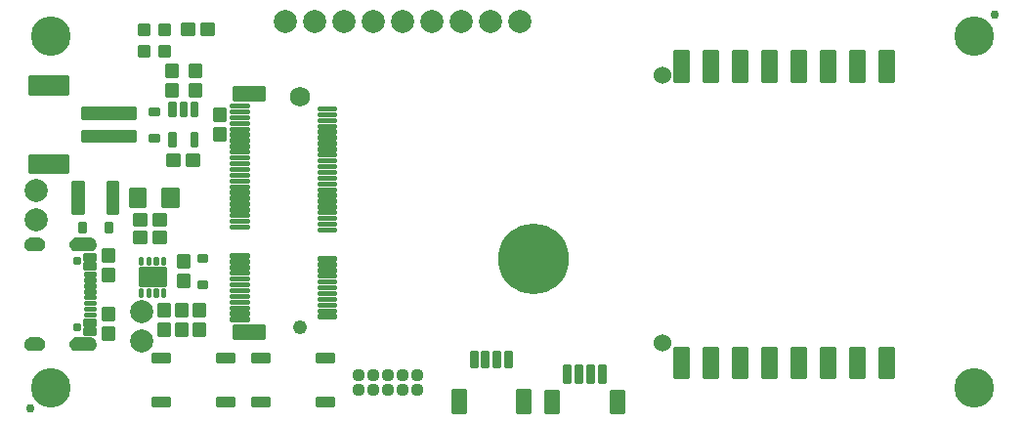
<source format=gbr>
G04 EAGLE Gerber RS-274X export*
G75*
%MOMM*%
%FSLAX34Y34*%
%LPD*%
%INSoldermask Top*%
%IPPOS*%
%AMOC8*
5,1,8,0,0,1.08239X$1,22.5*%
G01*
%ADD10C,0.230578*%
%ADD11C,0.225369*%
%ADD12C,0.777000*%
%ADD13C,0.225400*%
%ADD14C,0.762000*%
%ADD15C,3.429000*%
%ADD16C,0.222250*%
%ADD17C,6.127000*%
%ADD18C,0.428259*%
%ADD19C,1.227000*%
%ADD20C,1.727000*%
%ADD21C,0.225588*%
%ADD22C,0.224509*%
%ADD23C,0.229050*%
%ADD24C,2.006600*%
%ADD25C,0.227100*%
%ADD26C,0.223409*%
%ADD27C,0.228319*%
%ADD28C,1.526997*%
%ADD29C,1.127000*%

G36*
X59034Y143834D02*
X59034Y143834D01*
X59037Y143831D01*
X60159Y143986D01*
X60164Y143991D01*
X60168Y143988D01*
X61239Y144359D01*
X61243Y144365D01*
X61248Y144363D01*
X62225Y144936D01*
X62228Y144942D01*
X62233Y144941D01*
X63080Y145694D01*
X63082Y145701D01*
X63087Y145701D01*
X63771Y146604D01*
X63771Y146611D01*
X63776Y146612D01*
X64271Y147631D01*
X64269Y147638D01*
X64274Y147640D01*
X64561Y148737D01*
X64559Y148741D01*
X64561Y148742D01*
X64559Y148744D01*
X64562Y148746D01*
X64629Y149877D01*
X64627Y149881D01*
X64629Y149883D01*
X64562Y151014D01*
X64557Y151019D01*
X64561Y151023D01*
X64274Y152120D01*
X64268Y152124D01*
X64271Y152129D01*
X63776Y153148D01*
X63770Y153151D01*
X63771Y153156D01*
X63087Y154059D01*
X63080Y154061D01*
X63080Y154066D01*
X62233Y154819D01*
X62226Y154819D01*
X62225Y154824D01*
X61248Y155397D01*
X61241Y155396D01*
X61239Y155401D01*
X60168Y155772D01*
X60162Y155769D01*
X60159Y155774D01*
X59037Y155929D01*
X59032Y155926D01*
X59030Y155929D01*
X47030Y155929D01*
X47025Y155926D01*
X47022Y155929D01*
X45755Y155724D01*
X45749Y155718D01*
X45745Y155721D01*
X44555Y155239D01*
X44551Y155232D01*
X44545Y155234D01*
X43492Y154500D01*
X43490Y154492D01*
X43484Y154493D01*
X42621Y153543D01*
X42620Y153534D01*
X42615Y153534D01*
X41985Y152415D01*
X41986Y152407D01*
X41980Y152405D01*
X41615Y151175D01*
X41618Y151167D01*
X41613Y151164D01*
X41531Y149883D01*
X41534Y149879D01*
X41531Y149877D01*
X41613Y148596D01*
X41619Y148590D01*
X41615Y148585D01*
X41980Y147355D01*
X41987Y147350D01*
X41985Y147345D01*
X42615Y146226D01*
X42622Y146223D01*
X42621Y146217D01*
X43484Y145267D01*
X43492Y145266D01*
X43492Y145260D01*
X44545Y144526D01*
X44553Y144526D01*
X44555Y144521D01*
X45745Y144039D01*
X45752Y144041D01*
X45755Y144036D01*
X47022Y143831D01*
X47027Y143834D01*
X47030Y143831D01*
X59030Y143831D01*
X59034Y143834D01*
G37*
G36*
X59034Y57434D02*
X59034Y57434D01*
X59037Y57431D01*
X60159Y57586D01*
X60164Y57591D01*
X60168Y57588D01*
X61239Y57959D01*
X61243Y57965D01*
X61248Y57963D01*
X62225Y58536D01*
X62228Y58542D01*
X62233Y58541D01*
X63080Y59294D01*
X63082Y59301D01*
X63087Y59301D01*
X63771Y60204D01*
X63771Y60211D01*
X63776Y60212D01*
X64271Y61231D01*
X64269Y61238D01*
X64274Y61240D01*
X64561Y62337D01*
X64559Y62341D01*
X64561Y62342D01*
X64559Y62344D01*
X64562Y62346D01*
X64629Y63477D01*
X64627Y63481D01*
X64629Y63483D01*
X64562Y64614D01*
X64557Y64619D01*
X64561Y64623D01*
X64274Y65720D01*
X64268Y65724D01*
X64271Y65729D01*
X63776Y66748D01*
X63770Y66751D01*
X63771Y66756D01*
X63087Y67659D01*
X63080Y67661D01*
X63080Y67666D01*
X62233Y68419D01*
X62226Y68419D01*
X62225Y68424D01*
X61248Y68997D01*
X61241Y68996D01*
X61239Y69001D01*
X60168Y69372D01*
X60162Y69369D01*
X60159Y69374D01*
X59037Y69529D01*
X59032Y69526D01*
X59030Y69529D01*
X47030Y69529D01*
X47025Y69526D01*
X47022Y69529D01*
X45755Y69324D01*
X45749Y69318D01*
X45745Y69321D01*
X44555Y68839D01*
X44551Y68832D01*
X44545Y68834D01*
X43492Y68100D01*
X43490Y68092D01*
X43484Y68093D01*
X42621Y67143D01*
X42620Y67134D01*
X42615Y67134D01*
X41985Y66015D01*
X41986Y66007D01*
X41980Y66005D01*
X41615Y64775D01*
X41618Y64767D01*
X41613Y64764D01*
X41531Y63483D01*
X41534Y63479D01*
X41531Y63477D01*
X41613Y62196D01*
X41619Y62190D01*
X41615Y62185D01*
X41980Y60955D01*
X41987Y60950D01*
X41985Y60945D01*
X42615Y59826D01*
X42622Y59823D01*
X42621Y59817D01*
X43484Y58867D01*
X43492Y58866D01*
X43492Y58860D01*
X44545Y58126D01*
X44553Y58126D01*
X44555Y58121D01*
X45745Y57639D01*
X45752Y57641D01*
X45755Y57636D01*
X47022Y57431D01*
X47027Y57434D01*
X47030Y57431D01*
X59030Y57431D01*
X59034Y57434D01*
G37*
G36*
X14233Y143833D02*
X14233Y143833D01*
X14235Y143831D01*
X15411Y143942D01*
X15416Y143947D01*
X15420Y143944D01*
X16552Y144282D01*
X16556Y144288D01*
X16561Y144286D01*
X17605Y144838D01*
X17608Y144845D01*
X17613Y144843D01*
X18529Y145589D01*
X18530Y145596D01*
X18536Y145596D01*
X19289Y146506D01*
X19289Y146513D01*
X19294Y146514D01*
X19855Y147553D01*
X19854Y147558D01*
X19858Y147560D01*
X19857Y147561D01*
X19859Y147562D01*
X20206Y148691D01*
X20206Y148692D01*
X20207Y148693D01*
X20204Y148697D01*
X20208Y148700D01*
X20329Y149875D01*
X20325Y149882D01*
X20329Y149886D01*
X20172Y151226D01*
X20167Y151232D01*
X20170Y151237D01*
X19719Y152508D01*
X19712Y152513D01*
X19714Y152518D01*
X18992Y153657D01*
X18984Y153660D01*
X18985Y153666D01*
X18027Y154616D01*
X18019Y154617D01*
X18018Y154623D01*
X16873Y155336D01*
X16865Y155335D01*
X16863Y155341D01*
X15587Y155781D01*
X15580Y155779D01*
X15577Y155783D01*
X14235Y155929D01*
X14232Y155927D01*
X14230Y155929D01*
X8230Y155929D01*
X8227Y155927D01*
X8224Y155929D01*
X6895Y155774D01*
X6889Y155768D01*
X6885Y155771D01*
X5624Y155324D01*
X5619Y155317D01*
X5614Y155319D01*
X4484Y154602D01*
X4481Y154595D01*
X4475Y154596D01*
X3533Y153646D01*
X3532Y153637D01*
X3526Y153637D01*
X2819Y152501D01*
X2820Y152493D01*
X2814Y152491D01*
X2378Y151226D01*
X2380Y151218D01*
X2375Y151216D01*
X2231Y149885D01*
X2235Y149879D01*
X2231Y149875D01*
X2341Y148709D01*
X2346Y148704D01*
X2343Y148700D01*
X2678Y147577D01*
X2684Y147573D01*
X2682Y147569D01*
X3230Y146533D01*
X3236Y146530D01*
X3235Y146525D01*
X3974Y145617D01*
X3981Y145615D01*
X3981Y145610D01*
X4883Y144863D01*
X4891Y144863D01*
X4891Y144858D01*
X5922Y144301D01*
X5929Y144302D01*
X5931Y144297D01*
X7050Y143953D01*
X7057Y143955D01*
X7060Y143951D01*
X8225Y143831D01*
X8228Y143833D01*
X8230Y143831D01*
X14230Y143831D01*
X14233Y143833D01*
G37*
G36*
X14233Y57433D02*
X14233Y57433D01*
X14235Y57431D01*
X15411Y57542D01*
X15416Y57547D01*
X15420Y57544D01*
X16552Y57882D01*
X16556Y57888D01*
X16561Y57886D01*
X17605Y58438D01*
X17608Y58445D01*
X17613Y58443D01*
X18529Y59189D01*
X18530Y59196D01*
X18536Y59196D01*
X19289Y60106D01*
X19289Y60113D01*
X19294Y60114D01*
X19855Y61153D01*
X19854Y61158D01*
X19858Y61160D01*
X19857Y61161D01*
X19859Y61162D01*
X20206Y62291D01*
X20206Y62292D01*
X20207Y62293D01*
X20204Y62297D01*
X20208Y62300D01*
X20329Y63475D01*
X20325Y63482D01*
X20329Y63486D01*
X20172Y64826D01*
X20167Y64832D01*
X20170Y64837D01*
X19719Y66108D01*
X19712Y66113D01*
X19714Y66118D01*
X18992Y67257D01*
X18984Y67260D01*
X18985Y67266D01*
X18027Y68216D01*
X18019Y68217D01*
X18018Y68223D01*
X16873Y68936D01*
X16865Y68935D01*
X16863Y68941D01*
X15587Y69381D01*
X15580Y69379D01*
X15577Y69383D01*
X14235Y69529D01*
X14232Y69527D01*
X14230Y69529D01*
X8230Y69529D01*
X8227Y69527D01*
X8224Y69529D01*
X6895Y69374D01*
X6889Y69368D01*
X6885Y69371D01*
X5624Y68924D01*
X5619Y68917D01*
X5614Y68919D01*
X4484Y68202D01*
X4481Y68195D01*
X4475Y68196D01*
X3533Y67246D01*
X3532Y67237D01*
X3526Y67237D01*
X2819Y66101D01*
X2820Y66093D01*
X2814Y66091D01*
X2378Y64826D01*
X2380Y64818D01*
X2375Y64816D01*
X2231Y63485D01*
X2235Y63479D01*
X2231Y63475D01*
X2341Y62309D01*
X2346Y62304D01*
X2343Y62300D01*
X2678Y61177D01*
X2684Y61173D01*
X2682Y61169D01*
X3230Y60133D01*
X3236Y60130D01*
X3235Y60125D01*
X3974Y59217D01*
X3981Y59215D01*
X3981Y59210D01*
X4883Y58463D01*
X4891Y58463D01*
X4891Y58458D01*
X5922Y57901D01*
X5929Y57902D01*
X5931Y57897D01*
X7050Y57553D01*
X7057Y57555D01*
X7060Y57551D01*
X8225Y57431D01*
X8228Y57433D01*
X8230Y57431D01*
X14230Y57431D01*
X14233Y57433D01*
G37*
D10*
X54348Y98198D02*
X54348Y100162D01*
X63312Y100162D01*
X63312Y98198D01*
X54348Y98198D01*
X54348Y103198D02*
X54348Y105162D01*
X63312Y105162D01*
X63312Y103198D01*
X54348Y103198D01*
D11*
X54322Y76938D02*
X54322Y71922D01*
X54322Y76938D02*
X63338Y76938D01*
X63338Y71922D01*
X54322Y71922D01*
X54322Y74063D02*
X63338Y74063D01*
X63338Y76204D02*
X54322Y76204D01*
X54322Y79672D02*
X54322Y84688D01*
X63338Y84688D01*
X63338Y79672D01*
X54322Y79672D01*
X54322Y81813D02*
X63338Y81813D01*
X63338Y83954D02*
X54322Y83954D01*
D10*
X54348Y88198D02*
X54348Y90162D01*
X63312Y90162D01*
X63312Y88198D01*
X54348Y88198D01*
X54348Y93198D02*
X54348Y95162D01*
X63312Y95162D01*
X63312Y93198D01*
X54348Y93198D01*
X63312Y113198D02*
X63312Y115162D01*
X63312Y113198D02*
X54348Y113198D01*
X54348Y115162D01*
X63312Y115162D01*
X63312Y110162D02*
X63312Y108198D01*
X54348Y108198D01*
X54348Y110162D01*
X63312Y110162D01*
D11*
X63338Y136422D02*
X63338Y141438D01*
X63338Y136422D02*
X54322Y136422D01*
X54322Y141438D01*
X63338Y141438D01*
X63338Y138563D02*
X54322Y138563D01*
X54322Y140704D02*
X63338Y140704D01*
X63338Y133688D02*
X63338Y128672D01*
X54322Y128672D01*
X54322Y133688D01*
X63338Y133688D01*
X63338Y130813D02*
X54322Y130813D01*
X54322Y132954D02*
X63338Y132954D01*
D10*
X63312Y125162D02*
X63312Y123198D01*
X54348Y123198D01*
X54348Y125162D01*
X63312Y125162D01*
X63312Y120162D02*
X63312Y118198D01*
X54348Y118198D01*
X54348Y120162D01*
X63312Y120162D01*
D12*
X47780Y135580D03*
X47780Y77780D03*
D13*
X70422Y135572D02*
X70422Y145588D01*
X79438Y145588D01*
X79438Y135572D01*
X70422Y135572D01*
X70422Y137713D02*
X79438Y137713D01*
X79438Y139854D02*
X70422Y139854D01*
X70422Y141995D02*
X79438Y141995D01*
X79438Y144136D02*
X70422Y144136D01*
X70422Y128588D02*
X70422Y118572D01*
X70422Y128588D02*
X79438Y128588D01*
X79438Y118572D01*
X70422Y118572D01*
X70422Y120713D02*
X79438Y120713D01*
X79438Y122854D02*
X70422Y122854D01*
X70422Y124995D02*
X79438Y124995D01*
X79438Y127136D02*
X70422Y127136D01*
X79438Y77788D02*
X79438Y67772D01*
X70422Y67772D01*
X70422Y77788D01*
X79438Y77788D01*
X79438Y69913D02*
X70422Y69913D01*
X70422Y72054D02*
X79438Y72054D01*
X79438Y74195D02*
X70422Y74195D01*
X70422Y76336D02*
X79438Y76336D01*
X79438Y84772D02*
X79438Y94788D01*
X79438Y84772D02*
X70422Y84772D01*
X70422Y94788D01*
X79438Y94788D01*
X79438Y86913D02*
X70422Y86913D01*
X70422Y89054D02*
X79438Y89054D01*
X79438Y91195D02*
X70422Y91195D01*
X70422Y93336D02*
X79438Y93336D01*
D14*
X7620Y7620D03*
X843280Y349250D03*
D15*
X825500Y330200D03*
X25400Y330200D03*
X825500Y25400D03*
X25400Y25400D03*
D16*
X169386Y17304D02*
X169386Y10636D01*
X169386Y17304D02*
X183674Y17304D01*
X183674Y10636D01*
X169386Y10636D01*
X169386Y12748D02*
X183674Y12748D01*
X183674Y14860D02*
X169386Y14860D01*
X169386Y16972D02*
X183674Y16972D01*
X113506Y17304D02*
X113506Y10636D01*
X113506Y17304D02*
X127794Y17304D01*
X127794Y10636D01*
X113506Y10636D01*
X113506Y12748D02*
X127794Y12748D01*
X127794Y14860D02*
X113506Y14860D01*
X113506Y16972D02*
X127794Y16972D01*
X169386Y48736D02*
X169386Y55404D01*
X183674Y55404D01*
X183674Y48736D01*
X169386Y48736D01*
X169386Y50848D02*
X183674Y50848D01*
X183674Y52960D02*
X169386Y52960D01*
X169386Y55072D02*
X183674Y55072D01*
X113506Y55404D02*
X113506Y48736D01*
X113506Y55404D02*
X127794Y55404D01*
X127794Y48736D01*
X113506Y48736D01*
X113506Y50848D02*
X127794Y50848D01*
X127794Y52960D02*
X113506Y52960D01*
X113506Y55072D02*
X127794Y55072D01*
X255746Y17304D02*
X255746Y10636D01*
X255746Y17304D02*
X270034Y17304D01*
X270034Y10636D01*
X255746Y10636D01*
X255746Y12748D02*
X270034Y12748D01*
X270034Y14860D02*
X255746Y14860D01*
X255746Y16972D02*
X270034Y16972D01*
X199866Y17304D02*
X199866Y10636D01*
X199866Y17304D02*
X214154Y17304D01*
X214154Y10636D01*
X199866Y10636D01*
X199866Y12748D02*
X214154Y12748D01*
X214154Y14860D02*
X199866Y14860D01*
X199866Y16972D02*
X214154Y16972D01*
X255746Y48736D02*
X255746Y55404D01*
X270034Y55404D01*
X270034Y48736D01*
X255746Y48736D01*
X255746Y50848D02*
X270034Y50848D01*
X270034Y52960D02*
X255746Y52960D01*
X255746Y55072D02*
X270034Y55072D01*
X199866Y55404D02*
X199866Y48736D01*
X199866Y55404D02*
X214154Y55404D01*
X214154Y48736D01*
X199866Y48736D01*
X199866Y50848D02*
X214154Y50848D01*
X214154Y52960D02*
X199866Y52960D01*
X199866Y55072D02*
X214154Y55072D01*
D17*
X443270Y137600D03*
D13*
X148908Y332042D02*
X138892Y332042D01*
X138892Y341058D01*
X148908Y341058D01*
X148908Y332042D01*
X148908Y334183D02*
X138892Y334183D01*
X138892Y336324D02*
X148908Y336324D01*
X148908Y338465D02*
X138892Y338465D01*
X138892Y340606D02*
X148908Y340606D01*
X155892Y332042D02*
X165908Y332042D01*
X155892Y332042D02*
X155892Y341058D01*
X165908Y341058D01*
X165908Y332042D01*
X165908Y334183D02*
X155892Y334183D01*
X155892Y336324D02*
X165908Y336324D01*
X165908Y338465D02*
X155892Y338465D01*
X155892Y340606D02*
X165908Y340606D01*
D18*
X109024Y340044D02*
X109024Y333056D01*
X102036Y333056D01*
X102036Y340044D01*
X109024Y340044D01*
X109024Y337125D02*
X102036Y337125D01*
X126564Y340044D02*
X126564Y333056D01*
X119576Y333056D01*
X119576Y340044D01*
X126564Y340044D01*
X126564Y337125D02*
X119576Y337125D01*
D19*
X241300Y77800D03*
D20*
X241300Y277800D03*
D10*
X195782Y86282D02*
X195782Y84318D01*
X181318Y84318D01*
X181318Y86282D01*
X195782Y86282D01*
D21*
X209557Y79807D02*
X209557Y68793D01*
X183043Y68793D01*
X183043Y79807D01*
X209557Y79807D01*
X209557Y70936D02*
X183043Y70936D01*
X183043Y73079D02*
X209557Y73079D01*
X209557Y75222D02*
X183043Y75222D01*
X183043Y77365D02*
X209557Y77365D01*
X209557Y79508D02*
X183043Y79508D01*
X209557Y275793D02*
X209557Y286807D01*
X209557Y275793D02*
X183043Y275793D01*
X183043Y286807D01*
X209557Y286807D01*
X209557Y277936D02*
X183043Y277936D01*
X183043Y280079D02*
X209557Y280079D01*
X209557Y282222D02*
X183043Y282222D01*
X183043Y284365D02*
X209557Y284365D01*
X209557Y286508D02*
X183043Y286508D01*
D10*
X271282Y88782D02*
X271282Y86818D01*
X256818Y86818D01*
X256818Y88782D01*
X271282Y88782D01*
X195782Y89318D02*
X195782Y91282D01*
X195782Y89318D02*
X181318Y89318D01*
X181318Y91282D01*
X195782Y91282D01*
X271282Y91818D02*
X271282Y93782D01*
X271282Y91818D02*
X256818Y91818D01*
X256818Y93782D01*
X271282Y93782D01*
X195782Y94318D02*
X195782Y96282D01*
X195782Y94318D02*
X181318Y94318D01*
X181318Y96282D01*
X195782Y96282D01*
X271282Y96818D02*
X271282Y98782D01*
X271282Y96818D02*
X256818Y96818D01*
X256818Y98782D01*
X271282Y98782D01*
X195782Y99318D02*
X195782Y101282D01*
X195782Y99318D02*
X181318Y99318D01*
X181318Y101282D01*
X195782Y101282D01*
X271282Y101818D02*
X271282Y103782D01*
X271282Y101818D02*
X256818Y101818D01*
X256818Y103782D01*
X271282Y103782D01*
X195782Y104318D02*
X195782Y106282D01*
X195782Y104318D02*
X181318Y104318D01*
X181318Y106282D01*
X195782Y106282D01*
X271282Y106818D02*
X271282Y108782D01*
X271282Y106818D02*
X256818Y106818D01*
X256818Y108782D01*
X271282Y108782D01*
X195782Y109318D02*
X195782Y111282D01*
X195782Y109318D02*
X181318Y109318D01*
X181318Y111282D01*
X195782Y111282D01*
X271282Y111818D02*
X271282Y113782D01*
X271282Y111818D02*
X256818Y111818D01*
X256818Y113782D01*
X271282Y113782D01*
X195782Y114318D02*
X195782Y116282D01*
X195782Y114318D02*
X181318Y114318D01*
X181318Y116282D01*
X195782Y116282D01*
X271282Y116818D02*
X271282Y118782D01*
X271282Y116818D02*
X256818Y116818D01*
X256818Y118782D01*
X271282Y118782D01*
X195782Y119318D02*
X195782Y121282D01*
X195782Y119318D02*
X181318Y119318D01*
X181318Y121282D01*
X195782Y121282D01*
X271282Y121818D02*
X271282Y123782D01*
X271282Y121818D02*
X256818Y121818D01*
X256818Y123782D01*
X271282Y123782D01*
X195782Y124318D02*
X195782Y126282D01*
X195782Y124318D02*
X181318Y124318D01*
X181318Y126282D01*
X195782Y126282D01*
X271282Y126818D02*
X271282Y128782D01*
X271282Y126818D02*
X256818Y126818D01*
X256818Y128782D01*
X271282Y128782D01*
X195782Y129318D02*
X195782Y131282D01*
X195782Y129318D02*
X181318Y129318D01*
X181318Y131282D01*
X195782Y131282D01*
X271282Y131818D02*
X271282Y133782D01*
X271282Y131818D02*
X256818Y131818D01*
X256818Y133782D01*
X271282Y133782D01*
X195782Y134318D02*
X195782Y136282D01*
X195782Y134318D02*
X181318Y134318D01*
X181318Y136282D01*
X195782Y136282D01*
X271282Y136818D02*
X271282Y138782D01*
X271282Y136818D02*
X256818Y136818D01*
X256818Y138782D01*
X271282Y138782D01*
X195782Y139318D02*
X195782Y141282D01*
X195782Y139318D02*
X181318Y139318D01*
X181318Y141282D01*
X195782Y141282D01*
X271282Y161818D02*
X271282Y163782D01*
X271282Y161818D02*
X256818Y161818D01*
X256818Y163782D01*
X271282Y163782D01*
X195782Y164318D02*
X195782Y166282D01*
X195782Y164318D02*
X181318Y164318D01*
X181318Y166282D01*
X195782Y166282D01*
X271282Y166818D02*
X271282Y168782D01*
X271282Y166818D02*
X256818Y166818D01*
X256818Y168782D01*
X271282Y168782D01*
X195782Y169318D02*
X195782Y171282D01*
X195782Y169318D02*
X181318Y169318D01*
X181318Y171282D01*
X195782Y171282D01*
X271282Y171818D02*
X271282Y173782D01*
X271282Y171818D02*
X256818Y171818D01*
X256818Y173782D01*
X271282Y173782D01*
X195782Y174318D02*
X195782Y176282D01*
X195782Y174318D02*
X181318Y174318D01*
X181318Y176282D01*
X195782Y176282D01*
X271282Y176818D02*
X271282Y178782D01*
X271282Y176818D02*
X256818Y176818D01*
X256818Y178782D01*
X271282Y178782D01*
X195782Y179318D02*
X195782Y181282D01*
X195782Y179318D02*
X181318Y179318D01*
X181318Y181282D01*
X195782Y181282D01*
X271282Y181818D02*
X271282Y183782D01*
X271282Y181818D02*
X256818Y181818D01*
X256818Y183782D01*
X271282Y183782D01*
X195782Y184318D02*
X195782Y186282D01*
X195782Y184318D02*
X181318Y184318D01*
X181318Y186282D01*
X195782Y186282D01*
X271282Y186818D02*
X271282Y188782D01*
X271282Y186818D02*
X256818Y186818D01*
X256818Y188782D01*
X271282Y188782D01*
X195782Y189318D02*
X195782Y191282D01*
X195782Y189318D02*
X181318Y189318D01*
X181318Y191282D01*
X195782Y191282D01*
X271282Y191818D02*
X271282Y193782D01*
X271282Y191818D02*
X256818Y191818D01*
X256818Y193782D01*
X271282Y193782D01*
X195782Y194318D02*
X195782Y196282D01*
X195782Y194318D02*
X181318Y194318D01*
X181318Y196282D01*
X195782Y196282D01*
X271282Y196818D02*
X271282Y198782D01*
X271282Y196818D02*
X256818Y196818D01*
X256818Y198782D01*
X271282Y198782D01*
X195782Y199318D02*
X195782Y201282D01*
X195782Y199318D02*
X181318Y199318D01*
X181318Y201282D01*
X195782Y201282D01*
X271282Y201818D02*
X271282Y203782D01*
X271282Y201818D02*
X256818Y201818D01*
X256818Y203782D01*
X271282Y203782D01*
X195782Y204318D02*
X195782Y206282D01*
X195782Y204318D02*
X181318Y204318D01*
X181318Y206282D01*
X195782Y206282D01*
X271282Y206818D02*
X271282Y208782D01*
X271282Y206818D02*
X256818Y206818D01*
X256818Y208782D01*
X271282Y208782D01*
X195782Y209318D02*
X195782Y211282D01*
X195782Y209318D02*
X181318Y209318D01*
X181318Y211282D01*
X195782Y211282D01*
X271282Y211818D02*
X271282Y213782D01*
X271282Y211818D02*
X256818Y211818D01*
X256818Y213782D01*
X271282Y213782D01*
X195782Y214318D02*
X195782Y216282D01*
X195782Y214318D02*
X181318Y214318D01*
X181318Y216282D01*
X195782Y216282D01*
X271282Y216818D02*
X271282Y218782D01*
X271282Y216818D02*
X256818Y216818D01*
X256818Y218782D01*
X271282Y218782D01*
X195782Y219318D02*
X195782Y221282D01*
X195782Y219318D02*
X181318Y219318D01*
X181318Y221282D01*
X195782Y221282D01*
X271282Y221818D02*
X271282Y223782D01*
X271282Y221818D02*
X256818Y221818D01*
X256818Y223782D01*
X271282Y223782D01*
X195782Y224318D02*
X195782Y226282D01*
X195782Y224318D02*
X181318Y224318D01*
X181318Y226282D01*
X195782Y226282D01*
X271282Y226818D02*
X271282Y228782D01*
X271282Y226818D02*
X256818Y226818D01*
X256818Y228782D01*
X271282Y228782D01*
X195782Y229318D02*
X195782Y231282D01*
X195782Y229318D02*
X181318Y229318D01*
X181318Y231282D01*
X195782Y231282D01*
X271282Y231818D02*
X271282Y233782D01*
X271282Y231818D02*
X256818Y231818D01*
X256818Y233782D01*
X271282Y233782D01*
X195782Y234318D02*
X195782Y236282D01*
X195782Y234318D02*
X181318Y234318D01*
X181318Y236282D01*
X195782Y236282D01*
X271282Y236818D02*
X271282Y238782D01*
X271282Y236818D02*
X256818Y236818D01*
X256818Y238782D01*
X271282Y238782D01*
X195782Y239318D02*
X195782Y241282D01*
X195782Y239318D02*
X181318Y239318D01*
X181318Y241282D01*
X195782Y241282D01*
X271282Y241818D02*
X271282Y243782D01*
X271282Y241818D02*
X256818Y241818D01*
X256818Y243782D01*
X271282Y243782D01*
X195782Y244318D02*
X195782Y246282D01*
X195782Y244318D02*
X181318Y244318D01*
X181318Y246282D01*
X195782Y246282D01*
X271282Y246818D02*
X271282Y248782D01*
X271282Y246818D02*
X256818Y246818D01*
X256818Y248782D01*
X271282Y248782D01*
X195782Y249318D02*
X195782Y251282D01*
X195782Y249318D02*
X181318Y249318D01*
X181318Y251282D01*
X195782Y251282D01*
X271282Y251818D02*
X271282Y253782D01*
X271282Y251818D02*
X256818Y251818D01*
X256818Y253782D01*
X271282Y253782D01*
X195782Y254318D02*
X195782Y256282D01*
X195782Y254318D02*
X181318Y254318D01*
X181318Y256282D01*
X195782Y256282D01*
X271282Y256818D02*
X271282Y258782D01*
X271282Y256818D02*
X256818Y256818D01*
X256818Y258782D01*
X271282Y258782D01*
X195782Y259318D02*
X195782Y261282D01*
X195782Y259318D02*
X181318Y259318D01*
X181318Y261282D01*
X195782Y261282D01*
X271282Y261818D02*
X271282Y263782D01*
X271282Y261818D02*
X256818Y261818D01*
X256818Y263782D01*
X271282Y263782D01*
X195782Y264318D02*
X195782Y266282D01*
X195782Y264318D02*
X181318Y264318D01*
X181318Y266282D01*
X195782Y266282D01*
X271282Y266818D02*
X271282Y268782D01*
X271282Y266818D02*
X256818Y266818D01*
X256818Y268782D01*
X271282Y268782D01*
X195782Y269318D02*
X195782Y271282D01*
X195782Y269318D02*
X181318Y269318D01*
X181318Y271282D01*
X195782Y271282D01*
D21*
X372893Y4543D02*
X383907Y4543D01*
X372893Y4543D02*
X372893Y23557D01*
X383907Y23557D01*
X383907Y4543D01*
X383907Y6686D02*
X372893Y6686D01*
X372893Y8829D02*
X383907Y8829D01*
X383907Y10972D02*
X372893Y10972D01*
X372893Y13115D02*
X383907Y13115D01*
X383907Y15258D02*
X372893Y15258D01*
X372893Y17401D02*
X383907Y17401D01*
X383907Y19544D02*
X372893Y19544D01*
X372893Y21687D02*
X383907Y21687D01*
X428893Y4543D02*
X439907Y4543D01*
X428893Y4543D02*
X428893Y23557D01*
X439907Y23557D01*
X439907Y4543D01*
X439907Y6686D02*
X428893Y6686D01*
X428893Y8829D02*
X439907Y8829D01*
X439907Y10972D02*
X428893Y10972D01*
X428893Y13115D02*
X439907Y13115D01*
X439907Y15258D02*
X428893Y15258D01*
X428893Y17401D02*
X439907Y17401D01*
X439907Y19544D02*
X428893Y19544D01*
X428893Y21687D02*
X439907Y21687D01*
D11*
X393908Y44542D02*
X388892Y44542D01*
X388892Y57058D01*
X393908Y57058D01*
X393908Y44542D01*
X393908Y46683D02*
X388892Y46683D01*
X388892Y48824D02*
X393908Y48824D01*
X393908Y50965D02*
X388892Y50965D01*
X388892Y53106D02*
X393908Y53106D01*
X393908Y55247D02*
X388892Y55247D01*
X398892Y44542D02*
X403908Y44542D01*
X398892Y44542D02*
X398892Y57058D01*
X403908Y57058D01*
X403908Y44542D01*
X403908Y46683D02*
X398892Y46683D01*
X398892Y48824D02*
X403908Y48824D01*
X403908Y50965D02*
X398892Y50965D01*
X398892Y53106D02*
X403908Y53106D01*
X403908Y55247D02*
X398892Y55247D01*
X408892Y44542D02*
X413908Y44542D01*
X408892Y44542D02*
X408892Y57058D01*
X413908Y57058D01*
X413908Y44542D01*
X413908Y46683D02*
X408892Y46683D01*
X408892Y48824D02*
X413908Y48824D01*
X413908Y50965D02*
X408892Y50965D01*
X408892Y53106D02*
X413908Y53106D01*
X413908Y55247D02*
X408892Y55247D01*
X418892Y44542D02*
X423908Y44542D01*
X418892Y44542D02*
X418892Y57058D01*
X423908Y57058D01*
X423908Y44542D01*
X423908Y46683D02*
X418892Y46683D01*
X418892Y48824D02*
X423908Y48824D01*
X423908Y50965D02*
X418892Y50965D01*
X418892Y53106D02*
X423908Y53106D01*
X423908Y55247D02*
X418892Y55247D01*
D13*
X97608Y239492D02*
X97608Y248508D01*
X97608Y239492D02*
X52592Y239492D01*
X52592Y248508D01*
X97608Y248508D01*
X97608Y241633D02*
X52592Y241633D01*
X52592Y243774D02*
X97608Y243774D01*
X97608Y245915D02*
X52592Y245915D01*
X52592Y248056D02*
X97608Y248056D01*
X97608Y259492D02*
X97608Y268508D01*
X97608Y259492D02*
X52592Y259492D01*
X52592Y268508D01*
X97608Y268508D01*
X97608Y261633D02*
X52592Y261633D01*
X52592Y263774D02*
X97608Y263774D01*
X97608Y265915D02*
X52592Y265915D01*
X52592Y268056D02*
X97608Y268056D01*
D22*
X39613Y227513D02*
X6587Y227513D01*
X39613Y227513D02*
X39613Y212487D01*
X6587Y212487D01*
X6587Y227513D01*
X6587Y214620D02*
X39613Y214620D01*
X39613Y216753D02*
X6587Y216753D01*
X6587Y218886D02*
X39613Y218886D01*
X39613Y221019D02*
X6587Y221019D01*
X6587Y223152D02*
X39613Y223152D01*
X39613Y225285D02*
X6587Y225285D01*
X6587Y227418D02*
X39613Y227418D01*
X39613Y295513D02*
X6587Y295513D01*
X39613Y295513D02*
X39613Y280487D01*
X6587Y280487D01*
X6587Y295513D01*
X6587Y282620D02*
X39613Y282620D01*
X39613Y284753D02*
X6587Y284753D01*
X6587Y286886D02*
X39613Y286886D01*
X39613Y289019D02*
X6587Y289019D01*
X6587Y291152D02*
X39613Y291152D01*
X39613Y293285D02*
X6587Y293285D01*
X6587Y295418D02*
X39613Y295418D01*
D10*
X102298Y105438D02*
X104262Y105438D01*
X102298Y105438D02*
X102298Y110902D01*
X104262Y110902D01*
X104262Y105438D01*
X104262Y107629D02*
X102298Y107629D01*
X102298Y109820D02*
X104262Y109820D01*
X108798Y105438D02*
X110762Y105438D01*
X108798Y105438D02*
X108798Y110902D01*
X110762Y110902D01*
X110762Y105438D01*
X110762Y107629D02*
X108798Y107629D01*
X108798Y109820D02*
X110762Y109820D01*
X115298Y105438D02*
X117262Y105438D01*
X115298Y105438D02*
X115298Y110902D01*
X117262Y110902D01*
X117262Y105438D01*
X117262Y107629D02*
X115298Y107629D01*
X115298Y109820D02*
X117262Y109820D01*
X121798Y105438D02*
X123762Y105438D01*
X121798Y105438D02*
X121798Y110902D01*
X123762Y110902D01*
X123762Y105438D01*
X123762Y107629D02*
X121798Y107629D01*
X121798Y109820D02*
X123762Y109820D01*
X123762Y138402D02*
X121798Y138402D01*
X123762Y138402D02*
X123762Y132938D01*
X121798Y132938D01*
X121798Y138402D01*
X121798Y135129D02*
X123762Y135129D01*
X123762Y137320D02*
X121798Y137320D01*
X117262Y138402D02*
X115298Y138402D01*
X117262Y138402D02*
X117262Y132938D01*
X115298Y132938D01*
X115298Y138402D01*
X115298Y135129D02*
X117262Y135129D01*
X117262Y137320D02*
X115298Y137320D01*
X110762Y138402D02*
X108798Y138402D01*
X110762Y138402D02*
X110762Y132938D01*
X108798Y132938D01*
X108798Y138402D01*
X108798Y135129D02*
X110762Y135129D01*
X110762Y137320D02*
X108798Y137320D01*
X104262Y138402D02*
X102298Y138402D01*
X104262Y138402D02*
X104262Y132938D01*
X102298Y132938D01*
X102298Y138402D01*
X102298Y135129D02*
X104262Y135129D01*
X104262Y137320D02*
X102298Y137320D01*
D22*
X101767Y114407D02*
X124293Y114407D01*
X101767Y114407D02*
X101767Y129433D01*
X124293Y129433D01*
X124293Y114407D01*
X124293Y116540D02*
X101767Y116540D01*
X101767Y118673D02*
X124293Y118673D01*
X124293Y120806D02*
X101767Y120806D01*
X101767Y122939D02*
X124293Y122939D01*
X124293Y125072D02*
X101767Y125072D01*
X101767Y127205D02*
X124293Y127205D01*
X124293Y129338D02*
X101767Y129338D01*
D13*
X97372Y151702D02*
X107388Y151702D01*
X97372Y151702D02*
X97372Y160718D01*
X107388Y160718D01*
X107388Y151702D01*
X107388Y153843D02*
X97372Y153843D01*
X97372Y155984D02*
X107388Y155984D01*
X107388Y158125D02*
X97372Y158125D01*
X97372Y160266D02*
X107388Y160266D01*
X114372Y151702D02*
X124388Y151702D01*
X114372Y151702D02*
X114372Y160718D01*
X124388Y160718D01*
X124388Y151702D01*
X124388Y153843D02*
X114372Y153843D01*
X114372Y155984D02*
X124388Y155984D01*
X124388Y158125D02*
X114372Y158125D01*
X114372Y160266D02*
X124388Y160266D01*
X107388Y166942D02*
X97372Y166942D01*
X97372Y175958D01*
X107388Y175958D01*
X107388Y166942D01*
X107388Y169083D02*
X97372Y169083D01*
X97372Y171224D02*
X107388Y171224D01*
X107388Y173365D02*
X97372Y173365D01*
X97372Y175506D02*
X107388Y175506D01*
X114372Y166942D02*
X124388Y166942D01*
X114372Y166942D02*
X114372Y175958D01*
X124388Y175958D01*
X124388Y166942D01*
X124388Y169083D02*
X114372Y169083D01*
X114372Y171224D02*
X124388Y171224D01*
X124388Y173365D02*
X114372Y173365D01*
X114372Y175506D02*
X124388Y175506D01*
D23*
X121810Y183010D02*
X121810Y197990D01*
X134790Y197990D01*
X134790Y183010D01*
X121810Y183010D01*
X121810Y185186D02*
X134790Y185186D01*
X134790Y187362D02*
X121810Y187362D01*
X121810Y189538D02*
X134790Y189538D01*
X134790Y191714D02*
X121810Y191714D01*
X121810Y193890D02*
X134790Y193890D01*
X134790Y196066D02*
X121810Y196066D01*
X93810Y197990D02*
X93810Y183010D01*
X93810Y197990D02*
X106790Y197990D01*
X106790Y183010D01*
X93810Y183010D01*
X93810Y185186D02*
X106790Y185186D01*
X106790Y187362D02*
X93810Y187362D01*
X93810Y189538D02*
X106790Y189538D01*
X106790Y191714D02*
X93810Y191714D01*
X93810Y193890D02*
X106790Y193890D01*
X106790Y196066D02*
X93810Y196066D01*
D24*
X104140Y91440D03*
X104140Y66040D03*
D13*
X135192Y130492D02*
X135192Y140508D01*
X144208Y140508D01*
X144208Y130492D01*
X135192Y130492D01*
X135192Y132633D02*
X144208Y132633D01*
X144208Y134774D02*
X135192Y134774D01*
X135192Y136915D02*
X144208Y136915D01*
X144208Y139056D02*
X135192Y139056D01*
X135192Y123508D02*
X135192Y113492D01*
X135192Y123508D02*
X144208Y123508D01*
X144208Y113492D01*
X135192Y113492D01*
X135192Y115633D02*
X144208Y115633D01*
X144208Y117774D02*
X135192Y117774D01*
X135192Y119915D02*
X144208Y119915D01*
X144208Y122056D02*
X135192Y122056D01*
D25*
X152560Y135850D02*
X152560Y141150D01*
X159860Y141150D01*
X159860Y135850D01*
X152560Y135850D01*
X152560Y138007D02*
X159860Y138007D01*
X159860Y140164D02*
X152560Y140164D01*
X152560Y118150D02*
X152560Y112850D01*
X152560Y118150D02*
X159860Y118150D01*
X159860Y112850D01*
X152560Y112850D01*
X152560Y115007D02*
X159860Y115007D01*
X159860Y117164D02*
X152560Y117164D01*
D13*
X118682Y98208D02*
X118682Y88192D01*
X118682Y98208D02*
X127698Y98208D01*
X127698Y88192D01*
X118682Y88192D01*
X118682Y90333D02*
X127698Y90333D01*
X127698Y92474D02*
X118682Y92474D01*
X118682Y94615D02*
X127698Y94615D01*
X127698Y96756D02*
X118682Y96756D01*
X118682Y81208D02*
X118682Y71192D01*
X118682Y81208D02*
X127698Y81208D01*
X127698Y71192D01*
X118682Y71192D01*
X118682Y73333D02*
X127698Y73333D01*
X127698Y75474D02*
X118682Y75474D01*
X118682Y77615D02*
X127698Y77615D01*
X127698Y79756D02*
X118682Y79756D01*
X133922Y88192D02*
X133922Y98208D01*
X142938Y98208D01*
X142938Y88192D01*
X133922Y88192D01*
X133922Y90333D02*
X142938Y90333D01*
X142938Y92474D02*
X133922Y92474D01*
X133922Y94615D02*
X142938Y94615D01*
X142938Y96756D02*
X133922Y96756D01*
X133922Y81208D02*
X133922Y71192D01*
X133922Y81208D02*
X142938Y81208D01*
X142938Y71192D01*
X133922Y71192D01*
X133922Y73333D02*
X142938Y73333D01*
X142938Y75474D02*
X133922Y75474D01*
X133922Y77615D02*
X142938Y77615D01*
X142938Y79756D02*
X133922Y79756D01*
X149162Y88192D02*
X149162Y98208D01*
X158178Y98208D01*
X158178Y88192D01*
X149162Y88192D01*
X149162Y90333D02*
X158178Y90333D01*
X158178Y92474D02*
X149162Y92474D01*
X149162Y94615D02*
X158178Y94615D01*
X158178Y96756D02*
X149162Y96756D01*
X149162Y81208D02*
X149162Y71192D01*
X149162Y81208D02*
X158178Y81208D01*
X158178Y71192D01*
X149162Y71192D01*
X149162Y73333D02*
X158178Y73333D01*
X158178Y75474D02*
X149162Y75474D01*
X149162Y77615D02*
X158178Y77615D01*
X158178Y79756D02*
X149162Y79756D01*
X53008Y176992D02*
X43992Y176992D01*
X43992Y204008D01*
X53008Y204008D01*
X53008Y176992D01*
X53008Y179133D02*
X43992Y179133D01*
X43992Y181274D02*
X53008Y181274D01*
X53008Y183415D02*
X43992Y183415D01*
X43992Y185556D02*
X53008Y185556D01*
X53008Y187697D02*
X43992Y187697D01*
X43992Y189838D02*
X53008Y189838D01*
X53008Y191979D02*
X43992Y191979D01*
X43992Y194120D02*
X53008Y194120D01*
X53008Y196261D02*
X43992Y196261D01*
X43992Y198402D02*
X53008Y198402D01*
X53008Y200543D02*
X43992Y200543D01*
X43992Y202684D02*
X53008Y202684D01*
X73992Y176992D02*
X83008Y176992D01*
X73992Y176992D02*
X73992Y204008D01*
X83008Y204008D01*
X83008Y176992D01*
X83008Y179133D02*
X73992Y179133D01*
X73992Y181274D02*
X83008Y181274D01*
X83008Y183415D02*
X73992Y183415D01*
X73992Y185556D02*
X83008Y185556D01*
X83008Y187697D02*
X73992Y187697D01*
X73992Y189838D02*
X83008Y189838D01*
X83008Y191979D02*
X73992Y191979D01*
X73992Y194120D02*
X83008Y194120D01*
X83008Y196261D02*
X73992Y196261D01*
X73992Y198402D02*
X83008Y198402D01*
X83008Y200543D02*
X73992Y200543D01*
X73992Y202684D02*
X83008Y202684D01*
D26*
X146932Y272519D02*
X151468Y272519D01*
X151468Y261483D01*
X146932Y261483D01*
X146932Y272519D01*
X146932Y263605D02*
X151468Y263605D01*
X151468Y265727D02*
X146932Y265727D01*
X146932Y267849D02*
X151468Y267849D01*
X151468Y269971D02*
X146932Y269971D01*
X146932Y272093D02*
X151468Y272093D01*
X141968Y272519D02*
X137432Y272519D01*
X141968Y272519D02*
X141968Y261483D01*
X137432Y261483D01*
X137432Y272519D01*
X137432Y263605D02*
X141968Y263605D01*
X141968Y265727D02*
X137432Y265727D01*
X137432Y267849D02*
X141968Y267849D01*
X141968Y269971D02*
X137432Y269971D01*
X137432Y272093D02*
X141968Y272093D01*
X132468Y272519D02*
X127932Y272519D01*
X132468Y272519D02*
X132468Y261483D01*
X127932Y261483D01*
X127932Y272519D01*
X127932Y263605D02*
X132468Y263605D01*
X132468Y265727D02*
X127932Y265727D01*
X127932Y267849D02*
X132468Y267849D01*
X132468Y269971D02*
X127932Y269971D01*
X127932Y272093D02*
X132468Y272093D01*
X132468Y246517D02*
X127932Y246517D01*
X132468Y246517D02*
X132468Y235481D01*
X127932Y235481D01*
X127932Y246517D01*
X127932Y237603D02*
X132468Y237603D01*
X132468Y239725D02*
X127932Y239725D01*
X127932Y241847D02*
X132468Y241847D01*
X132468Y243969D02*
X127932Y243969D01*
X127932Y246091D02*
X132468Y246091D01*
X146932Y246517D02*
X151468Y246517D01*
X151468Y235481D01*
X146932Y235481D01*
X146932Y246517D01*
X146932Y237603D02*
X151468Y237603D01*
X151468Y239725D02*
X146932Y239725D01*
X146932Y241847D02*
X151468Y241847D01*
X151468Y243969D02*
X146932Y243969D01*
X146932Y246091D02*
X151468Y246091D01*
D13*
X166942Y257492D02*
X166942Y267508D01*
X175958Y267508D01*
X175958Y257492D01*
X166942Y257492D01*
X166942Y259633D02*
X175958Y259633D01*
X175958Y261774D02*
X166942Y261774D01*
X166942Y263915D02*
X175958Y263915D01*
X175958Y266056D02*
X166942Y266056D01*
X166942Y250508D02*
X166942Y240492D01*
X166942Y250508D02*
X175958Y250508D01*
X175958Y240492D01*
X166942Y240492D01*
X166942Y242633D02*
X175958Y242633D01*
X175958Y244774D02*
X166942Y244774D01*
X166942Y246915D02*
X175958Y246915D01*
X175958Y249056D02*
X166942Y249056D01*
X134048Y278592D02*
X134048Y288608D01*
X134048Y278592D02*
X125032Y278592D01*
X125032Y288608D01*
X134048Y288608D01*
X134048Y280733D02*
X125032Y280733D01*
X125032Y282874D02*
X134048Y282874D01*
X134048Y285015D02*
X125032Y285015D01*
X125032Y287156D02*
X134048Y287156D01*
X134048Y295592D02*
X134048Y305608D01*
X134048Y295592D02*
X125032Y295592D01*
X125032Y305608D01*
X134048Y305608D01*
X134048Y297733D02*
X125032Y297733D01*
X125032Y299874D02*
X134048Y299874D01*
X134048Y302015D02*
X125032Y302015D01*
X125032Y304156D02*
X134048Y304156D01*
X136208Y219012D02*
X126192Y219012D01*
X126192Y228028D01*
X136208Y228028D01*
X136208Y219012D01*
X136208Y221153D02*
X126192Y221153D01*
X126192Y223294D02*
X136208Y223294D01*
X136208Y225435D02*
X126192Y225435D01*
X126192Y227576D02*
X136208Y227576D01*
X143192Y219012D02*
X153208Y219012D01*
X143192Y219012D02*
X143192Y228028D01*
X153208Y228028D01*
X153208Y219012D01*
X153208Y221153D02*
X143192Y221153D01*
X143192Y223294D02*
X153208Y223294D01*
X153208Y225435D02*
X143192Y225435D01*
X143192Y227576D02*
X153208Y227576D01*
D25*
X117950Y239850D02*
X117950Y245150D01*
X117950Y239850D02*
X110650Y239850D01*
X110650Y245150D01*
X117950Y245150D01*
X117950Y242007D02*
X110650Y242007D01*
X110650Y244164D02*
X117950Y244164D01*
X117950Y262850D02*
X117950Y268150D01*
X117950Y262850D02*
X110650Y262850D01*
X110650Y268150D01*
X117950Y268150D01*
X117950Y265007D02*
X110650Y265007D01*
X110650Y267164D02*
X117950Y267164D01*
D18*
X119576Y314006D02*
X119576Y320994D01*
X126564Y320994D01*
X126564Y314006D01*
X119576Y314006D01*
X119576Y318075D02*
X126564Y318075D01*
X102036Y320994D02*
X102036Y314006D01*
X102036Y320994D02*
X109024Y320994D01*
X109024Y314006D01*
X102036Y314006D01*
X102036Y318075D02*
X109024Y318075D01*
D13*
X145352Y305608D02*
X145352Y295592D01*
X145352Y305608D02*
X154368Y305608D01*
X154368Y295592D01*
X145352Y295592D01*
X145352Y297733D02*
X154368Y297733D01*
X154368Y299874D02*
X145352Y299874D01*
X145352Y302015D02*
X154368Y302015D01*
X154368Y304156D02*
X145352Y304156D01*
X145352Y288608D02*
X145352Y278592D01*
X145352Y288608D02*
X154368Y288608D01*
X154368Y278592D01*
X145352Y278592D01*
X145352Y280733D02*
X154368Y280733D01*
X154368Y282874D02*
X145352Y282874D01*
X145352Y285015D02*
X154368Y285015D01*
X154368Y287156D02*
X145352Y287156D01*
D24*
X12700Y196850D03*
X12700Y171450D03*
D25*
X72350Y168750D02*
X77650Y168750D01*
X77650Y161450D01*
X72350Y161450D01*
X72350Y168750D01*
X72350Y163607D02*
X77650Y163607D01*
X77650Y165764D02*
X72350Y165764D01*
X72350Y167921D02*
X77650Y167921D01*
X54650Y168750D02*
X49350Y168750D01*
X54650Y168750D02*
X54650Y161450D01*
X49350Y161450D01*
X49350Y168750D01*
X49350Y163607D02*
X54650Y163607D01*
X54650Y165764D02*
X49350Y165764D01*
X49350Y167921D02*
X54650Y167921D01*
D11*
X499952Y45228D02*
X504968Y45228D01*
X504968Y30712D01*
X499952Y30712D01*
X499952Y45228D01*
X499952Y32853D02*
X504968Y32853D01*
X504968Y34994D02*
X499952Y34994D01*
X499952Y37135D02*
X504968Y37135D01*
X504968Y39276D02*
X499952Y39276D01*
X499952Y41417D02*
X504968Y41417D01*
X504968Y43558D02*
X499952Y43558D01*
X494968Y45228D02*
X489952Y45228D01*
X494968Y45228D02*
X494968Y30712D01*
X489952Y30712D01*
X489952Y45228D01*
X489952Y32853D02*
X494968Y32853D01*
X494968Y34994D02*
X489952Y34994D01*
X489952Y37135D02*
X494968Y37135D01*
X494968Y39276D02*
X489952Y39276D01*
X489952Y41417D02*
X494968Y41417D01*
X494968Y43558D02*
X489952Y43558D01*
X484968Y45228D02*
X479952Y45228D01*
X484968Y45228D02*
X484968Y30712D01*
X479952Y30712D01*
X479952Y45228D01*
X479952Y32853D02*
X484968Y32853D01*
X484968Y34994D02*
X479952Y34994D01*
X479952Y37135D02*
X484968Y37135D01*
X484968Y39276D02*
X479952Y39276D01*
X479952Y41417D02*
X484968Y41417D01*
X484968Y43558D02*
X479952Y43558D01*
X474968Y45228D02*
X469952Y45228D01*
X474968Y45228D02*
X474968Y30712D01*
X469952Y30712D01*
X469952Y45228D01*
X469952Y32853D02*
X474968Y32853D01*
X474968Y34994D02*
X469952Y34994D01*
X469952Y37135D02*
X474968Y37135D01*
X474968Y39276D02*
X469952Y39276D01*
X469952Y41417D02*
X474968Y41417D01*
X474968Y43558D02*
X469952Y43558D01*
D21*
X509953Y23227D02*
X520967Y23227D01*
X520967Y4213D01*
X509953Y4213D01*
X509953Y23227D01*
X509953Y6356D02*
X520967Y6356D01*
X520967Y8499D02*
X509953Y8499D01*
X509953Y10642D02*
X520967Y10642D01*
X520967Y12785D02*
X509953Y12785D01*
X509953Y14928D02*
X520967Y14928D01*
X520967Y17071D02*
X509953Y17071D01*
X509953Y19214D02*
X520967Y19214D01*
X520967Y21357D02*
X509953Y21357D01*
X464967Y23227D02*
X453953Y23227D01*
X464967Y23227D02*
X464967Y4213D01*
X453953Y4213D01*
X453953Y23227D01*
X453953Y6356D02*
X464967Y6356D01*
X464967Y8499D02*
X453953Y8499D01*
X453953Y10642D02*
X464967Y10642D01*
X464967Y12785D02*
X453953Y12785D01*
X453953Y14928D02*
X464967Y14928D01*
X464967Y17071D02*
X453953Y17071D01*
X453953Y19214D02*
X464967Y19214D01*
X464967Y21357D02*
X453953Y21357D01*
D24*
X228600Y342900D03*
X254000Y342900D03*
X279400Y342900D03*
X304800Y342900D03*
X330200Y342900D03*
X355600Y342900D03*
X381000Y342900D03*
X406400Y342900D03*
X431800Y342900D03*
D27*
X755294Y317794D02*
X755294Y291806D01*
X743306Y291806D01*
X743306Y317794D01*
X755294Y317794D01*
X755294Y293975D02*
X743306Y293975D01*
X743306Y296144D02*
X755294Y296144D01*
X755294Y298313D02*
X743306Y298313D01*
X743306Y300482D02*
X755294Y300482D01*
X755294Y302651D02*
X743306Y302651D01*
X743306Y304820D02*
X755294Y304820D01*
X755294Y306989D02*
X743306Y306989D01*
X743306Y309158D02*
X755294Y309158D01*
X755294Y311327D02*
X743306Y311327D01*
X743306Y313496D02*
X755294Y313496D01*
X755294Y315665D02*
X743306Y315665D01*
X729894Y317794D02*
X729894Y291806D01*
X717906Y291806D01*
X717906Y317794D01*
X729894Y317794D01*
X729894Y293975D02*
X717906Y293975D01*
X717906Y296144D02*
X729894Y296144D01*
X729894Y298313D02*
X717906Y298313D01*
X717906Y300482D02*
X729894Y300482D01*
X729894Y302651D02*
X717906Y302651D01*
X717906Y304820D02*
X729894Y304820D01*
X729894Y306989D02*
X717906Y306989D01*
X717906Y309158D02*
X729894Y309158D01*
X729894Y311327D02*
X717906Y311327D01*
X717906Y313496D02*
X729894Y313496D01*
X729894Y315665D02*
X717906Y315665D01*
X704494Y317794D02*
X704494Y291806D01*
X692506Y291806D01*
X692506Y317794D01*
X704494Y317794D01*
X704494Y293975D02*
X692506Y293975D01*
X692506Y296144D02*
X704494Y296144D01*
X704494Y298313D02*
X692506Y298313D01*
X692506Y300482D02*
X704494Y300482D01*
X704494Y302651D02*
X692506Y302651D01*
X692506Y304820D02*
X704494Y304820D01*
X704494Y306989D02*
X692506Y306989D01*
X692506Y309158D02*
X704494Y309158D01*
X704494Y311327D02*
X692506Y311327D01*
X692506Y313496D02*
X704494Y313496D01*
X704494Y315665D02*
X692506Y315665D01*
X679094Y317794D02*
X679094Y291806D01*
X667106Y291806D01*
X667106Y317794D01*
X679094Y317794D01*
X679094Y293975D02*
X667106Y293975D01*
X667106Y296144D02*
X679094Y296144D01*
X679094Y298313D02*
X667106Y298313D01*
X667106Y300482D02*
X679094Y300482D01*
X679094Y302651D02*
X667106Y302651D01*
X667106Y304820D02*
X679094Y304820D01*
X679094Y306989D02*
X667106Y306989D01*
X667106Y309158D02*
X679094Y309158D01*
X679094Y311327D02*
X667106Y311327D01*
X667106Y313496D02*
X679094Y313496D01*
X679094Y315665D02*
X667106Y315665D01*
X653694Y317794D02*
X653694Y291806D01*
X641706Y291806D01*
X641706Y317794D01*
X653694Y317794D01*
X653694Y293975D02*
X641706Y293975D01*
X641706Y296144D02*
X653694Y296144D01*
X653694Y298313D02*
X641706Y298313D01*
X641706Y300482D02*
X653694Y300482D01*
X653694Y302651D02*
X641706Y302651D01*
X641706Y304820D02*
X653694Y304820D01*
X653694Y306989D02*
X641706Y306989D01*
X641706Y309158D02*
X653694Y309158D01*
X653694Y311327D02*
X641706Y311327D01*
X641706Y313496D02*
X653694Y313496D01*
X653694Y315665D02*
X641706Y315665D01*
X628294Y317794D02*
X628294Y291806D01*
X616306Y291806D01*
X616306Y317794D01*
X628294Y317794D01*
X628294Y293975D02*
X616306Y293975D01*
X616306Y296144D02*
X628294Y296144D01*
X628294Y298313D02*
X616306Y298313D01*
X616306Y300482D02*
X628294Y300482D01*
X628294Y302651D02*
X616306Y302651D01*
X616306Y304820D02*
X628294Y304820D01*
X628294Y306989D02*
X616306Y306989D01*
X616306Y309158D02*
X628294Y309158D01*
X628294Y311327D02*
X616306Y311327D01*
X616306Y313496D02*
X628294Y313496D01*
X628294Y315665D02*
X616306Y315665D01*
X602894Y317794D02*
X602894Y291806D01*
X590906Y291806D01*
X590906Y317794D01*
X602894Y317794D01*
X602894Y293975D02*
X590906Y293975D01*
X590906Y296144D02*
X602894Y296144D01*
X602894Y298313D02*
X590906Y298313D01*
X590906Y300482D02*
X602894Y300482D01*
X602894Y302651D02*
X590906Y302651D01*
X590906Y304820D02*
X602894Y304820D01*
X602894Y306989D02*
X590906Y306989D01*
X590906Y309158D02*
X602894Y309158D01*
X602894Y311327D02*
X590906Y311327D01*
X590906Y313496D02*
X602894Y313496D01*
X602894Y315665D02*
X590906Y315665D01*
X577494Y317794D02*
X577494Y291806D01*
X565506Y291806D01*
X565506Y317794D01*
X577494Y317794D01*
X577494Y293975D02*
X565506Y293975D01*
X565506Y296144D02*
X577494Y296144D01*
X577494Y298313D02*
X565506Y298313D01*
X565506Y300482D02*
X577494Y300482D01*
X577494Y302651D02*
X565506Y302651D01*
X565506Y304820D02*
X577494Y304820D01*
X577494Y306989D02*
X565506Y306989D01*
X565506Y309158D02*
X577494Y309158D01*
X577494Y311327D02*
X565506Y311327D01*
X565506Y313496D02*
X577494Y313496D01*
X577494Y315665D02*
X565506Y315665D01*
X755294Y60594D02*
X755294Y34606D01*
X743306Y34606D01*
X743306Y60594D01*
X755294Y60594D01*
X755294Y36775D02*
X743306Y36775D01*
X743306Y38944D02*
X755294Y38944D01*
X755294Y41113D02*
X743306Y41113D01*
X743306Y43282D02*
X755294Y43282D01*
X755294Y45451D02*
X743306Y45451D01*
X743306Y47620D02*
X755294Y47620D01*
X755294Y49789D02*
X743306Y49789D01*
X743306Y51958D02*
X755294Y51958D01*
X755294Y54127D02*
X743306Y54127D01*
X743306Y56296D02*
X755294Y56296D01*
X755294Y58465D02*
X743306Y58465D01*
X729894Y60594D02*
X729894Y34606D01*
X717906Y34606D01*
X717906Y60594D01*
X729894Y60594D01*
X729894Y36775D02*
X717906Y36775D01*
X717906Y38944D02*
X729894Y38944D01*
X729894Y41113D02*
X717906Y41113D01*
X717906Y43282D02*
X729894Y43282D01*
X729894Y45451D02*
X717906Y45451D01*
X717906Y47620D02*
X729894Y47620D01*
X729894Y49789D02*
X717906Y49789D01*
X717906Y51958D02*
X729894Y51958D01*
X729894Y54127D02*
X717906Y54127D01*
X717906Y56296D02*
X729894Y56296D01*
X729894Y58465D02*
X717906Y58465D01*
X704494Y60594D02*
X704494Y34606D01*
X692506Y34606D01*
X692506Y60594D01*
X704494Y60594D01*
X704494Y36775D02*
X692506Y36775D01*
X692506Y38944D02*
X704494Y38944D01*
X704494Y41113D02*
X692506Y41113D01*
X692506Y43282D02*
X704494Y43282D01*
X704494Y45451D02*
X692506Y45451D01*
X692506Y47620D02*
X704494Y47620D01*
X704494Y49789D02*
X692506Y49789D01*
X692506Y51958D02*
X704494Y51958D01*
X704494Y54127D02*
X692506Y54127D01*
X692506Y56296D02*
X704494Y56296D01*
X704494Y58465D02*
X692506Y58465D01*
X679094Y60594D02*
X679094Y34606D01*
X667106Y34606D01*
X667106Y60594D01*
X679094Y60594D01*
X679094Y36775D02*
X667106Y36775D01*
X667106Y38944D02*
X679094Y38944D01*
X679094Y41113D02*
X667106Y41113D01*
X667106Y43282D02*
X679094Y43282D01*
X679094Y45451D02*
X667106Y45451D01*
X667106Y47620D02*
X679094Y47620D01*
X679094Y49789D02*
X667106Y49789D01*
X667106Y51958D02*
X679094Y51958D01*
X679094Y54127D02*
X667106Y54127D01*
X667106Y56296D02*
X679094Y56296D01*
X679094Y58465D02*
X667106Y58465D01*
X653694Y60594D02*
X653694Y34606D01*
X641706Y34606D01*
X641706Y60594D01*
X653694Y60594D01*
X653694Y36775D02*
X641706Y36775D01*
X641706Y38944D02*
X653694Y38944D01*
X653694Y41113D02*
X641706Y41113D01*
X641706Y43282D02*
X653694Y43282D01*
X653694Y45451D02*
X641706Y45451D01*
X641706Y47620D02*
X653694Y47620D01*
X653694Y49789D02*
X641706Y49789D01*
X641706Y51958D02*
X653694Y51958D01*
X653694Y54127D02*
X641706Y54127D01*
X641706Y56296D02*
X653694Y56296D01*
X653694Y58465D02*
X641706Y58465D01*
X628294Y60594D02*
X628294Y34606D01*
X616306Y34606D01*
X616306Y60594D01*
X628294Y60594D01*
X628294Y36775D02*
X616306Y36775D01*
X616306Y38944D02*
X628294Y38944D01*
X628294Y41113D02*
X616306Y41113D01*
X616306Y43282D02*
X628294Y43282D01*
X628294Y45451D02*
X616306Y45451D01*
X616306Y47620D02*
X628294Y47620D01*
X628294Y49789D02*
X616306Y49789D01*
X616306Y51958D02*
X628294Y51958D01*
X628294Y54127D02*
X616306Y54127D01*
X616306Y56296D02*
X628294Y56296D01*
X628294Y58465D02*
X616306Y58465D01*
X602894Y60594D02*
X602894Y34606D01*
X590906Y34606D01*
X590906Y60594D01*
X602894Y60594D01*
X602894Y36775D02*
X590906Y36775D01*
X590906Y38944D02*
X602894Y38944D01*
X602894Y41113D02*
X590906Y41113D01*
X590906Y43282D02*
X602894Y43282D01*
X602894Y45451D02*
X590906Y45451D01*
X590906Y47620D02*
X602894Y47620D01*
X602894Y49789D02*
X590906Y49789D01*
X590906Y51958D02*
X602894Y51958D01*
X602894Y54127D02*
X590906Y54127D01*
X590906Y56296D02*
X602894Y56296D01*
X602894Y58465D02*
X590906Y58465D01*
X577494Y60594D02*
X577494Y34606D01*
X565506Y34606D01*
X565506Y60594D01*
X577494Y60594D01*
X577494Y36775D02*
X565506Y36775D01*
X565506Y38944D02*
X577494Y38944D01*
X577494Y41113D02*
X565506Y41113D01*
X565506Y43282D02*
X577494Y43282D01*
X577494Y45451D02*
X565506Y45451D01*
X565506Y47620D02*
X577494Y47620D01*
X577494Y49789D02*
X565506Y49789D01*
X565506Y51958D02*
X577494Y51958D01*
X577494Y54127D02*
X565506Y54127D01*
X565506Y56296D02*
X577494Y56296D01*
X577494Y58465D02*
X565506Y58465D01*
D28*
X554990Y296944D03*
X554990Y64944D03*
D29*
X330200Y36830D03*
X317500Y36830D03*
X304800Y36830D03*
X292100Y36830D03*
X342900Y36830D03*
X330200Y24130D03*
X317500Y24130D03*
X304800Y24130D03*
X292100Y24130D03*
X342900Y24130D03*
M02*

</source>
